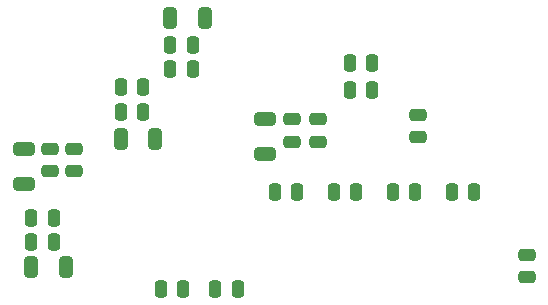
<source format=gbp>
G04 #@! TF.GenerationSoftware,KiCad,Pcbnew,8.0.2-8.0.2-0~ubuntu22.04.1*
G04 #@! TF.CreationDate,2024-06-03T16:52:55-05:00*
G04 #@! TF.ProjectId,peak-holder,7065616b-2d68-46f6-9c64-65722e6b6963,rev?*
G04 #@! TF.SameCoordinates,Original*
G04 #@! TF.FileFunction,Paste,Bot*
G04 #@! TF.FilePolarity,Positive*
%FSLAX46Y46*%
G04 Gerber Fmt 4.6, Leading zero omitted, Abs format (unit mm)*
G04 Created by KiCad (PCBNEW 8.0.2-8.0.2-0~ubuntu22.04.1) date 2024-06-03 16:52:55*
%MOMM*%
%LPD*%
G01*
G04 APERTURE LIST*
G04 Aperture macros list*
%AMRoundRect*
0 Rectangle with rounded corners*
0 $1 Rounding radius*
0 $2 $3 $4 $5 $6 $7 $8 $9 X,Y pos of 4 corners*
0 Add a 4 corners polygon primitive as box body*
4,1,4,$2,$3,$4,$5,$6,$7,$8,$9,$2,$3,0*
0 Add four circle primitives for the rounded corners*
1,1,$1+$1,$2,$3*
1,1,$1+$1,$4,$5*
1,1,$1+$1,$6,$7*
1,1,$1+$1,$8,$9*
0 Add four rect primitives between the rounded corners*
20,1,$1+$1,$2,$3,$4,$5,0*
20,1,$1+$1,$4,$5,$6,$7,0*
20,1,$1+$1,$6,$7,$8,$9,0*
20,1,$1+$1,$8,$9,$2,$3,0*%
G04 Aperture macros list end*
%ADD10RoundRect,0.250000X0.250000X0.475000X-0.250000X0.475000X-0.250000X-0.475000X0.250000X-0.475000X0*%
%ADD11RoundRect,0.250000X-0.650000X0.325000X-0.650000X-0.325000X0.650000X-0.325000X0.650000X0.325000X0*%
%ADD12RoundRect,0.250000X-0.250000X-0.475000X0.250000X-0.475000X0.250000X0.475000X-0.250000X0.475000X0*%
%ADD13RoundRect,0.250000X0.475000X-0.250000X0.475000X0.250000X-0.475000X0.250000X-0.475000X-0.250000X0*%
%ADD14RoundRect,0.250000X-0.325000X-0.650000X0.325000X-0.650000X0.325000X0.650000X-0.325000X0.650000X0*%
%ADD15RoundRect,0.250000X-0.475000X0.250000X-0.475000X-0.250000X0.475000X-0.250000X0.475000X0.250000X0*%
%ADD16RoundRect,0.250000X0.650000X-0.325000X0.650000X0.325000X-0.650000X0.325000X-0.650000X-0.325000X0*%
G04 APERTURE END LIST*
D10*
X108911051Y-59750000D03*
X107011051Y-59750000D03*
D11*
X70760000Y-56120001D03*
X70760000Y-59070001D03*
D12*
X71410000Y-61955001D03*
X73310000Y-61955001D03*
X83160000Y-47300001D03*
X85060000Y-47300001D03*
X78960000Y-52970001D03*
X80860000Y-52970001D03*
X83160000Y-49370001D03*
X85060000Y-49370001D03*
D13*
X104106249Y-55150000D03*
X104106249Y-53250000D03*
D14*
X71410000Y-66155001D03*
X74360000Y-66155001D03*
D12*
X78960000Y-50857501D03*
X80860000Y-50857501D03*
X98349150Y-51116700D03*
X100249150Y-51116700D03*
D14*
X83160000Y-45055001D03*
X86110000Y-45055001D03*
D10*
X103911051Y-59750000D03*
X102011051Y-59750000D03*
D15*
X75060000Y-56120001D03*
X75060000Y-58020001D03*
D12*
X71410000Y-63970001D03*
X73310000Y-63970001D03*
D13*
X93518950Y-55500000D03*
X93518950Y-53600000D03*
D10*
X98911051Y-59750000D03*
X97011051Y-59750000D03*
D12*
X82384800Y-67981200D03*
X84284800Y-67981200D03*
X86984800Y-68000000D03*
X88884800Y-68000000D03*
D14*
X78960000Y-55257501D03*
X81910000Y-55257501D03*
D15*
X113349999Y-65088949D03*
X113349999Y-66988949D03*
D10*
X93911051Y-59750000D03*
X92011051Y-59750000D03*
D16*
X91183950Y-56550000D03*
X91183950Y-53600000D03*
D13*
X95683950Y-55500000D03*
X95683950Y-53600000D03*
D15*
X72995000Y-56120001D03*
X72995000Y-58020001D03*
D10*
X100249150Y-48865400D03*
X98349150Y-48865400D03*
M02*

</source>
